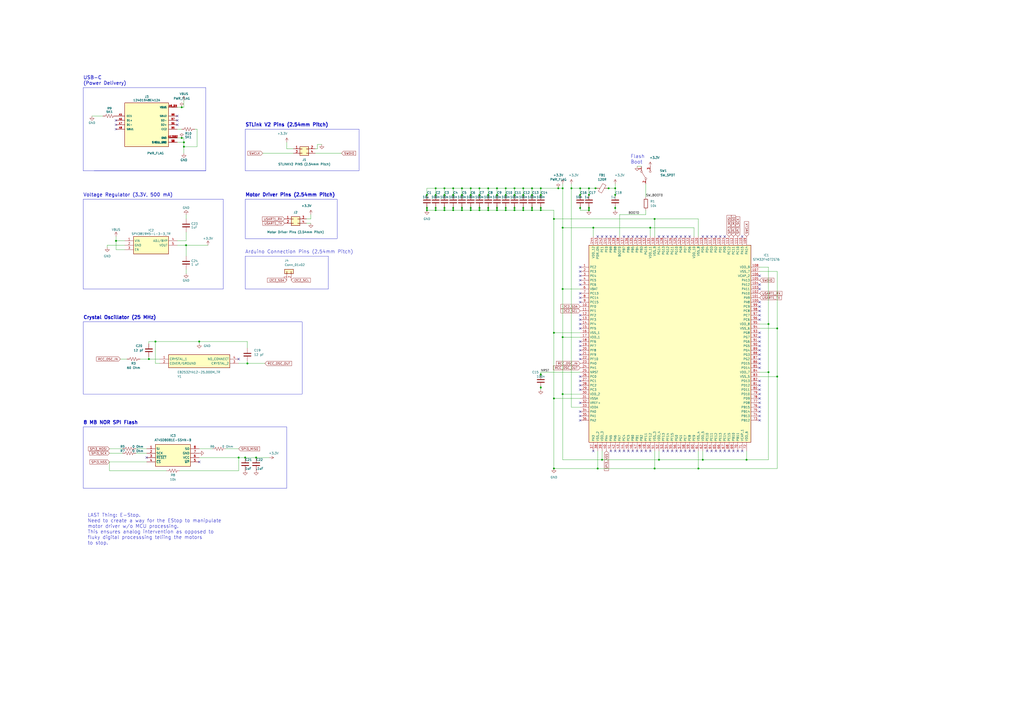
<source format=kicad_sch>
(kicad_sch (version 20230121) (generator eeschema)
  (paper "A2")
  (title_block (title "Arduino Replacement V1") (date "2023-10-06") (company "Evan Eden, Colby McLane, Kerwin Zhang, Tarun Daggolu"))
  (junction (at 262.89 113.03))
  (junction (at 321.31 271.78))
  (junction (at 356.87 120.65))
  (junction (at 341.63 109.22))
  (junction (at 303.53 113.03))
  (junction (at 293.37 113.03))
  (junction (at 278.13 121.92))
  (junction (at 106.68 85.09))
  (junction (at 313.69 224.79))
  (junction (at 252.73 121.92))
  (junction (at 105.41 80.01))
  (junction (at 303.53 121.92))
  (junction (at 344.17 132.08))
  (junction (at 298.45 113.03))
  (junction (at 405.13 271.78))
  (junction (at 308.61 113.03))
  (junction (at 252.73 109.22))
  (junction (at 288.29 113.03))
  (junction (at 298.45 120.65))
  (junction (at 341.63 120.65))
  (junction (at 450.85 218.44))
  (junction (at 142.24 265.43))
  (junction (at 445.77 215.9))
  (junction (at 341.63 113.03))
  (junction (at 267.97 121.92))
  (junction (at 252.73 113.03))
  (junction (at 341.63 121.92))
  (junction (at 273.05 120.65))
  (junction (at 283.21 121.92))
  (junction (at 308.61 121.92))
  (junction (at 283.21 109.22))
  (junction (at 323.85 109.22))
  (junction (at 267.97 113.03))
  (junction (at 86.36 208.28))
  (junction (at 262.89 109.22))
  (junction (at 298.45 109.22))
  (junction (at 90.17 198.12))
  (junction (at 293.37 120.65))
  (junction (at 143.51 210.82))
  (junction (at 336.55 120.65))
  (junction (at 267.97 109.22))
  (junction (at 247.65 121.92))
  (junction (at 288.29 120.65))
  (junction (at 293.37 121.92))
  (junction (at 273.05 121.92))
  (junction (at 138.43 265.43))
  (junction (at 379.73 127))
  (junction (at 257.81 121.92))
  (junction (at 326.39 132.08))
  (junction (at 346.71 271.78))
  (junction (at 298.45 121.92))
  (junction (at 313.69 217.17))
  (junction (at 278.13 120.65))
  (junction (at 313.69 113.03))
  (junction (at 308.61 120.65))
  (junction (at 283.21 120.65))
  (junction (at 313.69 121.92))
  (junction (at 356.87 113.03))
  (junction (at 247.65 113.03))
  (junction (at 257.81 109.22))
  (junction (at 313.69 109.22))
  (junction (at 326.39 228.6))
  (junction (at 278.13 113.03))
  (junction (at 247.65 120.65))
  (junction (at 262.89 120.65))
  (junction (at 326.39 109.22))
  (junction (at 262.89 121.92))
  (junction (at 379.73 271.78))
  (junction (at 283.21 113.03))
  (junction (at 349.25 266.7))
  (junction (at 382.27 266.7))
  (junction (at 326.39 195.58))
  (junction (at 308.61 109.22))
  (junction (at 67.31 139.7))
  (junction (at 107.95 142.24))
  (junction (at 336.55 109.22))
  (junction (at 313.69 120.65))
  (junction (at 445.77 187.96))
  (junction (at 106.68 82.55))
  (junction (at 115.57 198.12))
  (junction (at 267.97 120.65))
  (junction (at 257.81 113.03))
  (junction (at 433.07 266.7))
  (junction (at 288.29 109.22))
  (junction (at 377.19 132.08))
  (junction (at 345.44 109.22))
  (junction (at 450.85 190.5))
  (junction (at 257.81 120.65))
  (junction (at 331.47 109.22))
  (junction (at 326.39 167.64))
  (junction (at 303.53 109.22))
  (junction (at 105.41 62.23))
  (junction (at 321.31 231.14))
  (junction (at 407.67 266.7))
  (junction (at 356.87 109.22))
  (junction (at 273.05 113.03))
  (junction (at 252.73 120.65))
  (junction (at 273.05 109.22))
  (junction (at 321.31 127))
  (junction (at 353.06 109.22))
  (junction (at 336.55 113.03))
  (junction (at 321.31 193.04))
  (junction (at 303.53 120.65))
  (junction (at 148.59 265.43))
  (junction (at 278.13 109.22))
  (junction (at 293.37 109.22))
  (junction (at 288.29 121.92))
  (no_connect (at 367.03 137.16))
  (no_connect (at 336.55 233.68))
  (no_connect (at 336.55 170.18))
  (no_connect (at 361.95 261.62))
  (no_connect (at 336.55 205.74))
  (no_connect (at 440.69 200.66))
  (no_connect (at 336.55 165.1))
  (no_connect (at 115.57 267.97))
  (no_connect (at 336.55 243.84))
  (no_connect (at 430.53 261.62))
  (no_connect (at 346.71 137.16))
  (no_connect (at 336.55 162.56))
  (no_connect (at 364.49 137.16))
  (no_connect (at 440.69 243.84))
  (no_connect (at 440.69 233.68))
  (no_connect (at 440.69 205.74))
  (no_connect (at 440.69 175.26))
  (no_connect (at 349.25 137.16))
  (no_connect (at 336.55 154.94))
  (no_connect (at 364.49 261.62))
  (no_connect (at 400.05 137.16))
  (no_connect (at 392.43 137.16))
  (no_connect (at 372.11 261.62))
  (no_connect (at 336.55 160.02))
  (no_connect (at 410.21 261.62))
  (no_connect (at 354.33 261.62))
  (no_connect (at 102.87 72.39))
  (no_connect (at 420.37 137.16))
  (no_connect (at 336.55 226.06))
  (no_connect (at 336.55 241.3))
  (no_connect (at 387.35 261.62))
  (no_connect (at 67.31 69.85))
  (no_connect (at 372.11 137.16))
  (no_connect (at 361.95 137.16))
  (no_connect (at 389.89 261.62))
  (no_connect (at 374.65 137.16))
  (no_connect (at 430.53 137.16))
  (no_connect (at 427.99 261.62))
  (no_connect (at 440.69 228.6))
  (no_connect (at 336.55 238.76))
  (no_connect (at 351.79 137.16))
  (no_connect (at 417.83 261.62))
  (no_connect (at 336.55 218.44))
  (no_connect (at 336.55 175.26))
  (no_connect (at 412.75 137.16))
  (no_connect (at 440.69 226.06))
  (no_connect (at 336.55 182.88))
  (no_connect (at 336.55 157.48))
  (no_connect (at 407.67 137.16))
  (no_connect (at 336.55 172.72))
  (no_connect (at 422.91 261.62))
  (no_connect (at 85.09 265.43))
  (no_connect (at 356.87 261.62))
  (no_connect (at 440.69 185.42))
  (no_connect (at 336.55 223.52))
  (no_connect (at 336.55 185.42))
  (no_connect (at 354.33 137.16))
  (no_connect (at 138.43 208.28))
  (no_connect (at 440.69 220.98))
  (no_connect (at 384.81 137.16))
  (no_connect (at 336.55 198.12))
  (no_connect (at 440.69 231.14))
  (no_connect (at 440.69 210.82))
  (no_connect (at 392.43 261.62))
  (no_connect (at 440.69 236.22))
  (no_connect (at 356.87 137.16))
  (no_connect (at 377.19 261.62))
  (no_connect (at 336.55 208.28))
  (no_connect (at 440.69 213.36))
  (no_connect (at 415.29 261.62))
  (no_connect (at 440.69 180.34))
  (no_connect (at 369.57 261.62))
  (no_connect (at 394.97 261.62))
  (no_connect (at 336.55 203.2))
  (no_connect (at 336.55 190.5))
  (no_connect (at 410.21 137.16))
  (no_connect (at 440.69 160.02))
  (no_connect (at 420.37 261.62))
  (no_connect (at 440.69 182.88))
  (no_connect (at 400.05 261.62))
  (no_connect (at 336.55 187.96))
  (no_connect (at 67.31 74.93))
  (no_connect (at 382.27 137.16))
  (no_connect (at 344.17 261.62))
  (no_connect (at 440.69 165.1))
  (no_connect (at 402.59 261.62))
  (no_connect (at 387.35 137.16))
  (no_connect (at 440.69 203.2))
  (no_connect (at 440.69 241.3))
  (no_connect (at 417.83 137.16))
  (no_connect (at 336.55 200.66))
  (no_connect (at 397.51 137.16))
  (no_connect (at 67.31 72.39))
  (no_connect (at 415.29 137.16))
  (no_connect (at 102.87 67.31))
  (no_connect (at 440.69 208.28))
  (no_connect (at 440.69 223.52))
  (no_connect (at 412.75 261.62))
  (no_connect (at 369.57 137.16))
  (no_connect (at 389.89 137.16))
  (no_connect (at 359.41 261.62))
  (no_connect (at 440.69 167.64))
  (no_connect (at 440.69 238.76))
  (no_connect (at 397.51 261.62))
  (no_connect (at 394.97 137.16))
  (no_connect (at 440.69 177.8))
  (no_connect (at 425.45 261.62))
  (no_connect (at 374.65 261.62))
  (no_connect (at 102.87 69.85))
  (no_connect (at 336.55 220.98))
  (no_connect (at 367.03 261.62))
  (no_connect (at 440.69 193.04))
  (no_connect (at 384.81 261.62))
  (no_connect (at 440.69 195.58))
  (no_connect (at 440.69 198.12))
  (wire (pts (xy 262.89 121.92) (xy 267.97 121.92)))
  (wire (pts (xy 336.55 113.03) (xy 336.55 114.3)))
  (wire (pts (xy 102.87 74.93) (xy 105.41 74.93)))
  (wire (pts (xy 298.45 109.22) (xy 303.53 109.22)))
  (wire (pts (xy 359.41 124.46) (xy 374.65 124.46)))
  (wire (pts (xy 379.73 127) (xy 405.13 127)))
  (wire (pts (xy 321.31 271.78) (xy 346.71 271.78)))
  (wire (pts (xy 102.87 62.23) (xy 105.41 62.23)))
  (wire (pts (xy 298.45 121.92) (xy 303.53 121.92)))
  (wire (pts (xy 115.57 198.12) (xy 143.51 198.12)))
  (wire (pts (xy 293.37 109.22) (xy 298.45 109.22)))
  (wire (pts (xy 341.63 119.38) (xy 341.63 120.65)))
  (wire (pts (xy 72.39 142.24) (xy 62.23 142.24)))
  (wire (pts (xy 313.69 215.9) (xy 336.55 215.9)))
  (wire (pts (xy 247.65 113.03) (xy 247.65 114.3)))
  (wire (pts (xy 114.3 85.09) (xy 106.68 85.09)))
  (wire (pts (xy 67.31 137.16) (xy 67.31 139.7)))
  (wire (pts (xy 374.65 106.68) (xy 374.65 114.3)))
  (wire (pts (xy 148.59 265.43) (xy 156.21 265.43)))
  (wire (pts (xy 247.65 119.38) (xy 247.65 120.65)))
  (wire (pts (xy 326.39 132.08) (xy 326.39 167.64)))
  (wire (pts (xy 326.39 106.68) (xy 326.39 109.22)))
  (wire (pts (xy 143.51 198.12) (xy 143.51 201.93)))
  (wire (pts (xy 331.47 109.22) (xy 331.47 236.22)))
  (wire (pts (xy 341.63 109.22) (xy 341.63 113.03)))
  (wire (pts (xy 321.31 231.14) (xy 336.55 231.14)))
  (wire (pts (xy 405.13 127) (xy 405.13 137.16)))
  (wire (pts (xy 326.39 132.08) (xy 344.17 132.08)))
  (wire (pts (xy 440.69 157.48) (xy 450.85 157.48)))
  (wire (pts (xy 130.81 260.35) (xy 138.43 260.35)))
  (wire (pts (xy 104.14 273.05) (xy 138.43 273.05)))
  (wire (pts (xy 356.87 113.03) (xy 356.87 114.3)))
  (wire (pts (xy 262.89 113.03) (xy 262.89 114.3)))
  (wire (pts (xy 102.87 139.7) (xy 107.95 139.7)))
  (wire (pts (xy 62.23 142.24) (xy 62.23 143.51)))
  (wire (pts (xy 186.69 83.82) (xy 184.15 83.82)))
  (wire (pts (xy 283.21 119.38) (xy 283.21 120.65)))
  (wire (pts (xy 107.95 142.24) (xy 120.65 142.24)))
  (wire (pts (xy 288.29 120.65) (xy 288.29 121.92)))
  (wire (pts (xy 86.36 198.12) (xy 86.36 199.39)))
  (wire (pts (xy 115.57 198.12) (xy 90.17 198.12)))
  (wire (pts (xy 313.69 109.22) (xy 323.85 109.22)))
  (wire (pts (xy 308.61 109.22) (xy 308.61 113.03)))
  (wire (pts (xy 288.29 109.22) (xy 293.37 109.22)))
  (wire (pts (xy 278.13 121.92) (xy 283.21 121.92)))
  (wire (pts (xy 313.69 120.65) (xy 313.69 121.92)))
  (wire (pts (xy 450.85 157.48) (xy 450.85 190.5)))
  (wire (pts (xy 440.69 154.94) (xy 445.77 154.94)))
  (wire (pts (xy 379.73 271.78) (xy 405.13 271.78)))
  (wire (pts (xy 257.81 119.38) (xy 257.81 120.65)))
  (polyline (pts (xy 54.61 99.06) (xy 119.38 99.06)))
  (wire (pts (xy 273.05 120.65) (xy 273.05 121.92)))
  (wire (pts (xy 356.87 120.65) (xy 356.87 121.92)))
  (wire (pts (xy 107.95 142.24) (xy 107.95 148.59)))
  (wire (pts (xy 298.45 113.03) (xy 298.45 114.3)))
  (wire (pts (xy 321.31 193.04) (xy 321.31 231.14)))
  (wire (pts (xy 308.61 109.22) (xy 313.69 109.22)))
  (wire (pts (xy 293.37 109.22) (xy 293.37 113.03)))
  (wire (pts (xy 331.47 106.68) (xy 331.47 109.22)))
  (wire (pts (xy 273.05 109.22) (xy 278.13 109.22)))
  (wire (pts (xy 72.39 144.78) (xy 67.31 144.78)))
  (polyline (pts (xy 119.38 50.8) (xy 48.26 50.8)))
  (wire (pts (xy 345.44 109.22) (xy 346.71 109.22)))
  (wire (pts (xy 356.87 119.38) (xy 356.87 120.65)))
  (wire (pts (xy 293.37 120.65) (xy 293.37 121.92)))
  (wire (pts (xy 288.29 113.03) (xy 288.29 114.3)))
  (wire (pts (xy 273.05 113.03) (xy 273.05 114.3)))
  (wire (pts (xy 102.87 82.55) (xy 106.68 82.55)))
  (wire (pts (xy 273.05 119.38) (xy 273.05 120.65)))
  (wire (pts (xy 113.03 74.93) (xy 114.3 74.93)))
  (wire (pts (xy 382.27 266.7) (xy 407.67 266.7)))
  (wire (pts (xy 105.41 62.23) (xy 106.68 62.23)))
  (wire (pts (xy 252.73 109.22) (xy 252.73 113.03)))
  (wire (pts (xy 247.65 121.92) (xy 252.73 121.92)))
  (wire (pts (xy 440.69 190.5) (xy 450.85 190.5)))
  (wire (pts (xy 184.15 83.82) (xy 184.15 86.36)))
  (wire (pts (xy 288.29 109.22) (xy 288.29 113.03)))
  (wire (pts (xy 102.87 142.24) (xy 107.95 142.24)))
  (wire (pts (xy 182.88 88.9) (xy 198.12 88.9)))
  (wire (pts (xy 303.53 120.65) (xy 303.53 121.92)))
  (wire (pts (xy 262.89 109.22) (xy 267.97 109.22)))
  (wire (pts (xy 303.53 113.03) (xy 303.53 114.3)))
  (wire (pts (xy 313.69 119.38) (xy 313.69 120.65)))
  (polyline (pts (xy 119.38 99.06) (xy 119.38 50.8)))
  (wire (pts (xy 313.69 109.22) (xy 313.69 113.03)))
  (wire (pts (xy 303.53 109.22) (xy 308.61 109.22)))
  (wire (pts (xy 374.65 121.92) (xy 374.65 124.46)))
  (wire (pts (xy 341.63 113.03) (xy 341.63 114.3)))
  (wire (pts (xy 344.17 132.08) (xy 377.19 132.08)))
  (wire (pts (xy 78.74 262.89) (xy 85.09 262.89)))
  (wire (pts (xy 86.36 208.28) (xy 92.71 208.28)))
  (wire (pts (xy 402.59 132.08) (xy 402.59 137.16)))
  (wire (pts (xy 143.51 210.82) (xy 138.43 210.82)))
  (wire (pts (xy 303.53 109.22) (xy 303.53 113.03)))
  (wire (pts (xy 257.81 113.03) (xy 257.81 114.3)))
  (wire (pts (xy 326.39 167.64) (xy 336.55 167.64)))
  (wire (pts (xy 67.31 139.7) (xy 67.31 144.78)))
  (wire (pts (xy 303.53 121.92) (xy 308.61 121.92)))
  (wire (pts (xy 107.95 134.62) (xy 107.95 139.7)))
  (wire (pts (xy 143.51 209.55) (xy 143.51 210.82)))
  (wire (pts (xy 252.73 119.38) (xy 252.73 120.65)))
  (wire (pts (xy 278.13 113.03) (xy 278.13 114.3)))
  (wire (pts (xy 288.29 121.92) (xy 293.37 121.92)))
  (wire (pts (xy 257.81 121.92) (xy 262.89 121.92)))
  (wire (pts (xy 356.87 106.68) (xy 356.87 109.22)))
  (wire (pts (xy 326.39 266.7) (xy 349.25 266.7)))
  (wire (pts (xy 67.31 139.7) (xy 72.39 139.7)))
  (wire (pts (xy 341.63 120.65) (xy 341.63 121.92)))
  (wire (pts (xy 433.07 266.7) (xy 445.77 266.7)))
  (wire (pts (xy 349.25 261.62) (xy 349.25 266.7)))
  (wire (pts (xy 252.73 113.03) (xy 252.73 114.3)))
  (wire (pts (xy 344.17 132.08) (xy 344.17 137.16)))
  (wire (pts (xy 107.95 124.46) (xy 107.95 127)))
  (wire (pts (xy 252.73 109.22) (xy 257.81 109.22)))
  (wire (pts (xy 69.85 208.28) (xy 73.66 208.28)))
  (wire (pts (xy 278.13 120.65) (xy 278.13 121.92)))
  (wire (pts (xy 293.37 113.03) (xy 293.37 114.3)))
  (wire (pts (xy 382.27 261.62) (xy 382.27 266.7)))
  (wire (pts (xy 349.25 266.7) (xy 382.27 266.7)))
  (wire (pts (xy 53.34 67.31) (xy 59.69 67.31)))
  (wire (pts (xy 298.45 120.65) (xy 298.45 121.92)))
  (wire (pts (xy 433.07 261.62) (xy 433.07 266.7)))
  (wire (pts (xy 283.21 120.65) (xy 283.21 121.92)))
  (wire (pts (xy 247.65 120.65) (xy 247.65 121.92)))
  (wire (pts (xy 115.57 199.39) (xy 115.57 198.12)))
  (wire (pts (xy 283.21 121.92) (xy 288.29 121.92)))
  (wire (pts (xy 267.97 113.03) (xy 267.97 114.3)))
  (wire (pts (xy 308.61 113.03) (xy 308.61 114.3)))
  (wire (pts (xy 445.77 154.94) (xy 445.77 187.96)))
  (wire (pts (xy 86.36 207.01) (xy 86.36 208.28)))
  (wire (pts (xy 321.31 127) (xy 379.73 127)))
  (wire (pts (xy 326.39 228.6) (xy 336.55 228.6)))
  (wire (pts (xy 321.31 271.78) (xy 321.31 231.14)))
  (wire (pts (xy 262.89 109.22) (xy 262.89 113.03)))
  (wire (pts (xy 273.05 121.92) (xy 278.13 121.92)))
  (wire (pts (xy 257.81 109.22) (xy 262.89 109.22)))
  (wire (pts (xy 293.37 121.92) (xy 298.45 121.92)))
  (wire (pts (xy 313.69 217.17) (xy 313.69 218.44)))
  (wire (pts (xy 63.5 262.89) (xy 71.12 262.89)))
  (polyline (pts (xy 48.26 99.06) (xy 119.38 99.06)))
  (wire (pts (xy 262.89 119.38) (xy 262.89 120.65)))
  (wire (pts (xy 267.97 120.65) (xy 267.97 121.92)))
  (wire (pts (xy 267.97 119.38) (xy 267.97 120.65)))
  (wire (pts (xy 407.67 266.7) (xy 433.07 266.7)))
  (wire (pts (xy 267.97 121.92) (xy 273.05 121.92)))
  (wire (pts (xy 180.34 124.46) (xy 180.34 127)))
  (wire (pts (xy 308.61 121.92) (xy 313.69 121.92)))
  (wire (pts (xy 405.13 271.78) (xy 450.85 271.78)))
  (wire (pts (xy 184.15 86.36) (xy 182.88 86.36)))
  (wire (pts (xy 405.13 261.62) (xy 405.13 271.78)))
  (wire (pts (xy 303.53 119.38) (xy 303.53 120.65)))
  (wire (pts (xy 359.41 124.46) (xy 359.41 137.16)))
  (wire (pts (xy 115.57 265.43) (xy 138.43 265.43)))
  (wire (pts (xy 445.77 187.96) (xy 445.77 215.9)))
  (polyline (pts (xy 48.26 50.8) (xy 48.26 99.06)))
  (wire (pts (xy 356.87 109.22) (xy 356.87 113.03)))
  (wire (pts (xy 440.69 218.44) (xy 450.85 218.44)))
  (wire (pts (xy 107.95 156.21) (xy 107.95 158.75)))
  (wire (pts (xy 377.19 132.08) (xy 402.59 132.08)))
  (wire (pts (xy 336.55 120.65) (xy 336.55 121.92)))
  (wire (pts (xy 262.89 120.65) (xy 262.89 121.92)))
  (wire (pts (xy 257.81 120.65) (xy 257.81 121.92)))
  (wire (pts (xy 247.65 109.22) (xy 247.65 113.03)))
  (wire (pts (xy 63.5 267.97) (xy 63.5 273.05)))
  (wire (pts (xy 331.47 236.22) (xy 336.55 236.22)))
  (wire (pts (xy 313.69 224.79) (xy 313.69 226.06)))
  (wire (pts (xy 326.39 167.64) (xy 326.39 195.58)))
  (wire (pts (xy 308.61 119.38) (xy 308.61 120.65)))
  (wire (pts (xy 166.37 86.36) (xy 166.37 82.55)))
  (wire (pts (xy 331.47 109.22) (xy 336.55 109.22)))
  (wire (pts (xy 288.29 119.38) (xy 288.29 120.65)))
  (wire (pts (xy 283.21 109.22) (xy 283.21 113.03)))
  (wire (pts (xy 115.57 260.35) (xy 123.19 260.35)))
  (wire (pts (xy 63.5 260.35) (xy 71.12 260.35)))
  (wire (pts (xy 114.3 74.93) (xy 114.3 85.09)))
  (wire (pts (xy 63.5 267.97) (xy 85.09 267.97)))
  (wire (pts (xy 81.28 208.28) (xy 86.36 208.28)))
  (wire (pts (xy 170.18 86.36) (xy 166.37 86.36)))
  (wire (pts (xy 313.69 215.9) (xy 313.69 217.17)))
  (wire (pts (xy 180.34 127) (xy 177.8 127)))
  (wire (pts (xy 440.69 187.96) (xy 445.77 187.96)))
  (wire (pts (xy 106.68 82.55) (xy 106.68 85.09)))
  (wire (pts (xy 313.69 121.92) (xy 321.31 121.92)))
  (wire (pts (xy 138.43 265.43) (xy 142.24 265.43)))
  (wire (pts (xy 407.67 261.62) (xy 407.67 266.7)))
  (wire (pts (xy 138.43 265.43) (xy 138.43 273.05)))
  (wire (pts (xy 313.69 223.52) (xy 313.69 224.79)))
  (wire (pts (xy 143.51 210.82) (xy 153.67 210.82)))
  (wire (pts (xy 283.21 113.03) (xy 283.21 114.3)))
  (wire (pts (xy 326.39 109.22) (xy 326.39 132.08)))
  (wire (pts (xy 102.87 80.01) (xy 105.41 80.01)))
  (wire (pts (xy 323.85 109.22) (xy 326.39 109.22)))
  (wire (pts (xy 106.68 85.09) (xy 106.68 88.9)))
  (wire (pts (xy 336.55 109.22) (xy 336.55 113.03)))
  (wire (pts (xy 379.73 261.62) (xy 379.73 271.78)))
  (wire (pts (xy 273.05 109.22) (xy 273.05 113.03)))
  (wire (pts (xy 336.55 121.92) (xy 341.63 121.92)))
  (wire (pts (xy 450.85 190.5) (xy 450.85 218.44)))
  (wire (pts (xy 90.17 198.12) (xy 90.17 210.82)))
  (wire (pts (xy 247.65 109.22) (xy 252.73 109.22)))
  (wire (pts (xy 90.17 198.12) (xy 86.36 198.12)))
  (wire (pts (xy 257.81 109.22) (xy 257.81 113.03)))
  (wire (pts (xy 440.69 215.9) (xy 445.77 215.9)))
  (wire (pts (xy 353.06 109.22) (xy 356.87 109.22)))
  (wire (pts (xy 321.31 127) (xy 321.31 193.04)))
  (wire (pts (xy 252.73 121.92) (xy 257.81 121.92)))
  (wire (pts (xy 283.21 109.22) (xy 288.29 109.22)))
  (wire (pts (xy 252.73 120.65) (xy 252.73 121.92)))
  (wire (pts (xy 180.34 129.54) (xy 177.8 129.54)))
  (wire (pts (xy 336.55 119.38) (xy 336.55 120.65)))
  (wire (pts (xy 267.97 109.22) (xy 267.97 113.03)))
  (wire (pts (xy 278.13 109.22) (xy 278.13 113.03)))
  (wire (pts (xy 369.57 96.52) (xy 372.11 96.52)))
  (wire (pts (xy 321.31 121.92) (xy 321.31 127)))
  (wire (pts (xy 105.41 80.01) (xy 106.68 80.01)))
  (wire (pts (xy 377.19 132.08) (xy 377.19 137.16)))
  (wire (pts (xy 293.37 119.38) (xy 293.37 120.65)))
  (wire (pts (xy 278.13 119.38) (xy 278.13 120.65)))
  (wire (pts (xy 445.77 215.9) (xy 445.77 266.7)))
  (wire (pts (xy 106.68 80.01) (xy 106.68 82.55)))
  (wire (pts (xy 346.71 261.62) (xy 346.71 271.78)))
  (wire (pts (xy 106.68 58.42) (xy 106.68 62.23)))
  (wire (pts (xy 96.52 273.05) (xy 63.5 273.05)))
  (wire (pts (xy 298.45 109.22) (xy 298.45 113.03)))
  (wire (pts (xy 308.61 120.65) (xy 308.61 121.92)))
  (wire (pts (xy 313.69 113.03) (xy 313.69 114.3)))
  (wire (pts (xy 298.45 119.38) (xy 298.45 120.65)))
  (wire (pts (xy 278.13 109.22) (xy 283.21 109.22)))
  (wire (pts (xy 321.31 193.04) (xy 336.55 193.04)))
  (wire (pts (xy 346.71 271.78) (xy 379.73 271.78)))
  (wire (pts (xy 92.71 210.82) (xy 90.17 210.82)))
  (wire (pts (xy 326.39 195.58) (xy 336.55 195.58)))
  (wire (pts (xy 78.74 260.35) (xy 85.09 260.35)))
  (wire (pts (xy 142.24 265.43) (xy 148.59 265.43)))
  (wire (pts (xy 379.73 127) (xy 379.73 137.16)))
  (wire (pts (xy 341.63 109.22) (xy 345.44 109.22)))
  (wire (pts (xy 450.85 218.44) (xy 450.85 271.78)))
  (wire (pts (xy 351.79 109.22) (xy 353.06 109.22)))
  (wire (pts (xy 326.39 228.6) (xy 326.39 266.7)))
  (wire (pts (xy 267.97 109.22) (xy 273.05 109.22)))
  (wire (pts (xy 152.4 88.9) (xy 170.18 88.9)))
  (wire (pts (xy 336.55 109.22) (xy 341.63 109.22)))
  (wire (pts (xy 326.39 195.58) (xy 326.39 228.6)))
  (rectangle (start 48.26 115.57) (end 129.54 167.64))
  (rectangle (start 142.24 148.59) (end 190.5 167.64))
  (rectangle (start 142.24 115.57) (end 195.58 138.43))
  (rectangle (start 48.26 186.69) (end 175.26 228.6))
  (rectangle (start 48.26 247.65) (end 166.37 283.21))
  (rectangle (start 142.24 74.93) (end 208.28 99.06))
  (text "USB-C\n(Power Delivery)" (at 48.26 49.53 0) (effects (font (size 2 2) (thickness 0.254) bold) (justify left bottom)))
  (text "Arduino Connection Pins (2.54mm Pitch)" (at 142.24 147.32 0) (effects (font (size 2 2)) (justify left bottom)))
  (text "Voltage Regulator (3.3V, 500 mA)" (at 48.26 114.3 0) (effects (font (size 2 2) (thickness 0.254) bold) (justify left bottom)))
  (text "Motor Driver Pins (2.54mm Pitch)" (at 142.24 114.3 0) (effects (font (size 2 2) bold) (justify left bottom)))
  (text "STLink V2 Pins (2.54mm Pitch)" (at 142.24 73.66 0) (effects (font (size 2 2) bold) (justify left bottom)))
  (text "Flash\nBoot" (at 365.76 95.25 0) (effects (font (size 2 2)) (justify left bottom)))
  (text "LAST Thing: E-Stop.\nNeed to create a way for the EStop to manipulate\nmotor driver w/o MCU processing.\nThis ensures analog intervention as opposed to\nfluky digital processsing teliing the motors\nto stop." (at 50.8 316.23 0) (effects (font (size 2 2)) (justify left bottom)))
  (text "8 MB NOR SPI Flash" (at 48.26 246.38 0) (effects (font (size 2 2) (thickness 0.4) bold) (justify left bottom)))
  (text "Crystal Oscillator (25 MHz)" (at 48.26 185.42 0) (effects (font (size 2 2) (thickness 0.4) bold) (justify left bottom)))
  (label "SW_BOOT0" (at 374.65 114.3 0))
  (label "BOOT0" (at 364.49 124.46 0))
  (label "NRST" (at 313.69 215.9 0))
  (global_label "SPI3_MOSI" (shape input) (at 422.91 137.16 90) (property "Intersheetrefs" "${INTERSHEET_REFS}" (effects hide)))
  (global_label "I2C2_SDA" (shape input) (at 166.37 162.56 180) (property "Intersheetrefs" "${INTERSHEET_REFS}" (effects hide)))
  (global_label "RCC_OSC_IN" (shape input) (at 69.85 208.28 180) (property "Intersheetrefs" "${INTERSHEET_REFS}" (effects hide)))
  (global_label "SWCLK" (shape input) (at 433.07 137.16 90) (property "Intersheetrefs" "${INTERSHEET_REFS}" (effects hide)))
  (global_label "USART1_TX" (shape input) (at 165.1 129.54 180) (property "Intersheetrefs" "${INTERSHEET_REFS}" (effects hide)))
  (global_label "I2C2_SCL" (shape input) (at 336.55 180.34 180) (property "Intersheetrefs" "${INTERSHEET_REFS}" (effects hide)))
  (global_label "RCC_OSC_OUT" (shape input) (at 336.55 213.36 180) (property "Intersheetrefs" "${INTERSHEET_REFS}" (effects hide)))
  (global_label "SWCLK" (shape input) (at 152.4 88.9 180) (property "Intersheetrefs" "${INTERSHEET_REFS}" (effects hide)))
  (global_label "RCC_OSC_IN" (shape input) (at 336.55 210.82 180) (property "Intersheetrefs" "${INTERSHEET_REFS}" (effects hide)))
  (global_label "RCC_OSC_OUT" (shape input) (at 153.67 210.82 0) (property "Intersheetrefs" "${INTERSHEET_REFS}" (effects hide)))
  (global_label "USART1_RX" (shape input) (at 165.1 127 180) (property "Intersheetrefs" "${INTERSHEET_REFS}" (effects hide)))
  (global_label "SPI3_MISO" (shape input) (at 425.45 137.16 90) (property "Intersheetrefs" "${INTERSHEET_REFS}" (effects hide)))
  (global_label "USART1_RX" (shape input) (at 440.69 170.18 0) (property "Intersheetrefs" "${INTERSHEET_REFS}" (effects hide)))
  (global_label "I2C2_SDA" (shape input) (at 336.55 177.8 180) (property "Intersheetrefs" "${INTERSHEET_REFS}" (effects hide)))
  (global_label "SPI3_MISO" (shape input) (at 138.43 260.35 0) (property "Intersheetrefs" "${INTERSHEET_REFS}" (effects hide)))
  (global_label "I2C2_SCL" (shape input) (at 168.91 162.56 0) (property "Intersheetrefs" "${INTERSHEET_REFS}" (effects hide)))
  (global_label "SPI3_NSS" (shape input) (at 63.5 267.97 180) (property "Intersheetrefs" "${INTERSHEET_REFS}" (effects hide)))
  (global_label "SPI3_SCK" (shape input) (at 63.5 262.89 180) (property "Intersheetrefs" "${INTERSHEET_REFS}" (effects hide)))
  (global_label "SWDIO" (shape input) (at 440.69 162.56 0) (property "Intersheetrefs" "${INTERSHEET_REFS}" (effects hide)))
  (global_label "SWDIO" (shape input) (at 198.12 88.9 0) (property "Intersheetrefs" "${INTERSHEET_REFS}" (effects hide)))
  (global_label "SPI3_SCK" (shape input) (at 427.99 137.16 90) (property "Intersheetrefs" "${INTERSHEET_REFS}" (effects hide)))
  (global_label "SPI3_MOSI" (shape input) (at 63.5 260.35 180) (property "Intersheetrefs" "${INTERSHEET_REFS}" (effects hide)))
  (global_label "USART1_TX" (shape input) (at 440.69 172.72 0) (property "Intersheetrefs" "${INTERSHEET_REFS}" (effects hide)))
  (global_label "SPI3_NSS" (shape input) (at 351.79 261.62 270) (property "Intersheetrefs" "${INTERSHEET_REFS}" (effects hide)))
  (symbol (lib_id "Device:C") (at 313.69 116.84 0) (unit 1)
    (property "Reference" "C14" (at 313.69 111.76 0) (effects (justify left)))
    (property "Value" "100n" (at 311.15 114.3 0) (effects (justify left)))
    (property "Footprint" "LIB_08051C104K4Z2A:CAPC2012X140N" (effects hide))
  )
  (symbol (lib_id "Device:C") (at 267.97 116.84 0) (unit 1)
    (property "Reference" "C5" (at 267.97 111.76 0) (effects (justify left)))
    (property "Value" "100n" (at 265.43 114.3 0) (effects (justify left)))
    (property "Footprint" "LIB_08051C104K4Z2A:CAPC2012X140N" (effects hide))
  )
  (symbol (lib_id "Device:C") (at 143.51 205.74 0) (unit 1)
    (property "Reference" "C19" (at 147.32 203.2 0) (effects (justify left)))
    (property "Value" "12 pF" (at 147.32 205.74 0) (effects (justify left)))
    (property "Footprint" "LIB_C0402C120F5GAC7867:CAPC1005X55N" (effects hide))
  )
  (symbol (lib_id "Device:C") (at 262.89 116.84 0) (unit 1)
    (property "Reference" "C4" (at 262.89 111.76 0) (effects (justify left)))
    (property "Value" "100n" (at 260.35 114.3 0) (effects (justify left)))
    (property "Footprint" "LIB_08051C104K4Z2A:CAPC2012X140N" (effects hide))
  )
  (symbol (lib_id "power:GND") (at 142.24 273.05 0) (unit 1)
    (property "Reference" "#PWR016" (effects hide))
    (property "Value" "GND" (effects hide))
  )
  (symbol (lib_id "Device:C") (at 273.05 116.84 0) (unit 1)
    (property "Reference" "C6" (at 273.05 111.76 0) (effects (justify left)))
    (property "Value" "100n" (at 270.51 114.3 0) (effects (justify left)))
    (property "Footprint" "LIB_08051C104K4Z2A:CAPC2012X140N" (effects hide))
  )
  (symbol (lib_id "Connector_Generic:Conn_02x02_Odd_Even") (at 175.26 86.36 0) (unit 1)
    (property "Reference" "J1" (at 176.53 92.71 0))
    (property "Value" "STLINKV2 PINS (2.54mm Pitch)" (at 176.53 95.25 0))
    (property "Footprint" "LIB_47053-1000:470531000" (effects hide))
  )
  (symbol (lib_id "Device:C") (at 303.53 116.84 0) (unit 1)
    (property "Reference" "C12" (at 303.53 111.76 0) (effects (justify left)))
    (property "Value" "100n" (at 300.99 114.3 0) (effects (justify left)))
    (property "Footprint" "LIB_08051C104K4Z2A:CAPC2012X140N" (effects hide))
  )
  (symbol (lib_id "AT45DB081E-SSHN-B:AT45DB081E-SSHN-B") (at 85.09 260.35 0) (unit 1)
    (property "Reference" "IC3" (at 100.33 252.73 0))
    (property "Value" "AT45DB081E-SSHN-B" (at 100.33 255.27 0))
    (property "Footprint" "LIB_AT45DB081E-SSHN-B:SOIC127P600X175-8N" (effects hide))
    (property "Datasheet" "https://www.renesas.com/us/en/products/memory-logic/non-volatile-memory/spi-nor-flash/dataflash-spi-memory/at45db081e-8mbit-17-v-36-v-range-spi-serial-flash-memory" (effects hide))
    (property "Height" "1.75" (effects hide))
    (property "Mouser Part Number" "988-AT45DB081ESSHN-B" (effects hide))
    (property "Mouser Price/Stock" "https://www.mouser.co.uk/ProductDetail/Renesas-Dialog/AT45DB081E-SSHN-B?qs=IS%252B4QmGtzzqxC8S2FUDu%2Fg%3D%3D" (effects hide))
    (property "Manufacturer_Name" "Renesas Electronics" (effects hide))
    (property "Manufacturer_Part_Number" "AT45DB081E-SSHN-B" (effects hide))
  )
  (symbol (lib_id "Device:C") (at 336.55 116.84 0) (unit 1)
    (property "Reference" "C16" (at 336.55 111.76 0) (effects (justify left)))
    (property "Value" "10n" (at 334.01 114.3 0) (effects (justify left)))
    (property "Footprint" "C0603C103K4RECTU:CAPC17595_87N_KEM" (effects hide))
  )
  (symbol (lib_id "power:VBUS") (at 67.31 137.16 0) (unit 1)
    (property "Reference" "#PWR026" (effects hide))
    (property "Value" "VBUS" (at 67.31 133.215 0))
  )
  (symbol (lib_id "power:+3.3V") (at 120.65 142.24 0) (unit 1)
    (property "Reference" "#PWR025" (effects hide))
    (property "Value" "+3.3V" (at 120.65 138.295 0))
  )
  (symbol (lib_id "Device:C") (at 247.65 116.84 0) (unit 1)
    (property "Reference" "C1" (at 247.65 111.76 0) (effects (justify left)))
    (property "Value" "10u" (at 245.11 114.3 0) (effects (justify left)))
    (property "Footprint" "LIB_T491A106K010AT:T491A" (effects hide))
  )
  (symbol (lib_id "power:+3.3V") (at 356.87 106.68 0) (unit 1)
    (property "Reference" "#PWR07" (effects hide))
    (property "Value" "+3.3V" (at 359.41 101.6 0))
  )
  (symbol (lib_id "Device:C") (at 298.45 116.84 0) (unit 1)
    (property "Reference" "C11" (at 298.45 111.76 0) (effects (justify left)))
    (property "Value" "100n" (at 295.91 114.3 0) (effects (justify left)))
    (property "Footprint" "LIB_08051C104K4Z2A:CAPC2012X140N" (effects hide))
  )
  (symbol (lib_id "SPX3819M5-L-3-3_TR:SPX3819M5-L-3-3_TR") (at 72.39 139.7 0) (unit 1)
    (property "Reference" "IC2" (at 87.63 133.58 0))
    (property "Value" "SPX3819M5-L-3-3_TR" (at 87.63 135.628 0))
    (property "Footprint" "LIB_SPX3819M5-L-3-3_TR:SOT95P280X145-5N" (effects hide))
    (property "Datasheet" "https://componentsearchengine.com/Datasheets/1/SPX3819M5-L-3-3_TR.pdf" (effects hide))
    (property "Height" "1.45" (effects hide))
    (property "Mouser Part Number" "701-SPX3819M5-L-33TR" (effects hide))
    (property "Mouser Price/Stock" "https://www.mouser.com/Search/Refine.aspx?Keyword=701-SPX3819M5-L-33TR" (effects hide))
    (property "Manufacturer_Name" "EXAR" (effects hide))
    (property "Manufacturer_Part_Number" "SPX3819M5-L-3-3/TR" (effects hide))
  )
  (symbol (lib_id "power:GND") (at 148.59 273.05 0) (unit 1)
    (property "Reference" "#PWR017" (effects hide))
    (property "Value" "GND" (effects hide))
  )
  (symbol (lib_id "power:GND") (at 247.65 121.92 0) (unit 1)
    (property "Reference" "#PWR01" (effects hide))
    (property "Value" "GND" (at 247.65 127 0))
  )
  (symbol (lib_id "Device:C") (at 107.95 130.81 0) (unit 1)
    (property "Reference" "C23" (at 110.871 129.786 0) (effects (justify left)))
    (property "Value" "1uF" (at 110.871 131.834 0) (effects (justify left)))
    (property "Footprint" "LIB_GRMMDXR60J105ME05D:CAPC0502X28N" (effects hide))
  )
  (symbol (lib_id "Connector_Generic:Conn_02x02_Top_Bottom") (at 170.18 127 0) (unit 1)
    (property "Reference" "J2" (at 171.45 123.19 0))
    (property "Value" "Motor Driver Pins (2.54mm Pitch)" (at 171.45 134.62 0))
    (property "Footprint" "LIB_47053-1000:470531000" (effects hide))
  )
  (symbol (lib_id "power:GND") (at 62.23 143.51 0) (unit 1)
    (property "Reference" "#PWR027" (effects hide))
    (property "Value" "GND" (at 62.23 148.59 0))
  )
  (symbol (lib_id "Device:C") (at 283.21 116.84 0) (unit 1)
    (property "Reference" "C8" (at 283.21 111.76 0) (effects (justify left)))
    (property "Value" "100n" (at 280.67 114.3 0) (effects (justify left)))
    (property "Footprint" "LIB_08051C104K4Z2A:CAPC2012X140N" (effects hide))
  )
  (symbol (lib_id "Device:R_US") (at 127 260.35 270) (unit 1)
    (property "Reference" "R6" (at 123.19 259.08 90))
    (property "Value" "0 Ohm" (at 132.08 259.08 90))
    (property "Footprint" "LIB_ERJ-1GJ0R00C:ERJ1G_1023" (effects hide))
  )
  (symbol (lib_id "Device:R_US") (at 63.5 67.31 90) (unit 1)
    (property "Reference" "R9" (at 63.5 62.841 90))
    (property "Value" "5K1" (at 63.5 64.889 90))
    (property "Footprint" "LIB_ERA-3VEB5101V:ERA3KV__0603_" (effects hide))
  )
  (symbol (lib_id "power:+3.3V") (at 326.39 106.68 0) (unit 1)
    (property "Reference" "#PWR04" (effects hide))
    (property "Value" "+3.3V" (at 323.85 101.6 0))
  )
  (symbol (lib_id "Device:C") (at 107.95 152.4 0) (unit 1)
    (property "Reference" "C24" (at 110.871 151.376 0) (effects (justify left)))
    (property "Value" "1 uF" (at 110.871 153.424 0) (effects (justify left)))
    (property "Footprint" "LIB_GRMMDXR60J105ME05D:CAPC0502X28N" (effects hide))
  )
  (symbol (lib_id "power:PWR_FLAG") (at 105.41 62.23 0) (unit 1)
    (property "Reference" "#FLG01" (effects hide))
    (property "Value" "PWR_FLAG" (at 105.41 57.15 0))
  )
  (symbol (lib_id "Device:R") (at 374.65 118.11 0) (unit 1)
    (property "Reference" "R1" (at 377.19 116.84 0) (effects (justify left)))
    (property "Value" "10k" (at 377.19 119.38 0) (effects (justify left)))
    (property "Footprint" "RC0402FR-0710KL:RESC1005X40N" (effects hide))
  )
  (symbol (lib_id "Device:C") (at 86.36 203.2 0) (unit 1)
    (property "Reference" "C20" (at 78.74 200.66 0) (effects (justify left)))
    (property "Value" "12 pF" (at 77.47 203.2 0) (effects (justify left)))
    (property "Footprint" "LIB_C0402C120F5GAC7867:CAPC1005X55N" (effects hide))
  )
  (symbol (lib_id "power:GND") (at 115.57 262.89 90) (unit 1)
    (property "Reference" "#PWR014" (effects hide))
    (property "Value" "GND" (effects hide))
  )
  (symbol (lib_id "power:+3.3V") (at 156.21 265.43 270) (unit 1)
    (property "Reference" "#PWR015" (effects hide))
    (property "Value" "+3.3V" (at 158.75 262.89 90))
  )
  (symbol (lib_id "power:+3.3V") (at 166.37 82.55 0) (unit 1)
    (property "Reference" "#PWR013" (effects hide))
    (property "Value" "+3.3V" (at 163.83 77.47 0))
  )
  (symbol (lib_id "Device:C") (at 341.63 116.84 0) (unit 1)
    (property "Reference" "C17" (at 341.63 111.76 0) (effects (justify left)))
    (property "Value" "1u" (at 339.09 114.3 0) (effects (justify left)))
    (property "Footprint" "LIB_GRMMDXR60J105ME05D:CAPC0502X28N" (effects hide))
  )
  (symbol (lib_id "power:GND") (at 107.95 158.75 0) (unit 1)
    (property "Reference" "#PWR024" (effects hide))
    (property "Value" "GND" (at 107.95 162.695 0))
  )
  (symbol (lib_id "STM32F407ZGT6:STM32F407ZGT6") (at 336.55 154.94 0) (unit 1)
    (property "Reference" "IC1" (at 444.5 148.0119 0))
    (property "Value" "STM32F407ZGT6" (at 444.5 150.5519 0))
    (property "Footprint" "LIB_STM32F407ZGT6:QFP50P2200X2200X160-144N" (effects hide))
    (property "Datasheet" "http://www.st.com/web/en/resource/technical/document/datasheet/DM00037051.pdf" (effects hide))
    (property "Height" "1.6" (effects hide))
    (property "Mouser Part Number" "511-STM32F407ZGT6" (effects hide))
    (property "Mouser Price/Stock" "https://www.mouser.co.uk/ProductDetail/STMicroelectronics/STM32F407ZGT6?qs=Z8%252BeY1k3TIKo142SZNWnSQ%3D%3D" (effects hide))
    (property "Manufacturer_Name" "STMicroelectronics" (effects hide))
    (property "Manufacturer_Part_Number" "STM32F407ZGT6" (effects hide))
  )
  (symbol (lib_id "Device:R_US") (at 74.93 260.35 270) (unit 1)
    (property "Reference" "R5" (at 71.12 259.08 90))
    (property "Value" "0 Ohm" (at 80.01 259.08 90))
    (property "Footprint" "LIB_ERJ-1GJ0R00C:ERJ1G_1023" (effects hide))
  )
  (symbol (lib_id "power:GND") (at 341.63 121.92 0) (unit 1)
    (property "Reference" "#PWR06" (effects hide))
    (property "Value" "GND" (effects hide))
  )
  (symbol (lib_id "Device:C") (at 288.29 116.84 0) (unit 1)
    (property "Reference" "C9" (at 288.29 111.76 0) (effects (justify left)))
    (property "Value" "100n" (at 285.75 114.3 0) (effects (justify left)))
    (property "Footprint" "LIB_08051C104K4Z2A:CAPC2012X140N" (effects hide))
  )
  (symbol (lib_id "Connector_Generic:Conn_01x02") (at 166.37 157.48 90) (unit 1)
    (property "Reference" "J4" (at 165.1 151.13 90) (effects (justify right)))
    (property "Value" "Conn_01x02" (at 165.1 153.67 90) (effects (justify right)))
    (property "Footprint" "LIB_22-12-2024:22122024" (effects hide))
  )
  (symbol (lib_id "power:+3.3V") (at 180.34 124.46 0) (unit 1)
    (property "Reference" "#PWR018" (effects hide))
    (property "Value" "+3.3V" (at 177.8 119.38 0))
  )
  (symbol (lib_id "Device:C") (at 356.87 116.84 0) (unit 1)
    (property "Reference" "C18" (at 356.87 111.76 0) (effects (justify left)))
    (property "Value" "1u" (at 354.33 114.3 0) (effects (justify left)))
    (property "Footprint" "LIB_GRMMDXR60J105ME05D:CAPC0502X28N" (effects hide))
  )
  (symbol (lib_id "power:+3.3V") (at 377.19 96.52 0) (unit 1)
    (property "Reference" "#PWR010" (effects hide))
    (property "Value" "+3.3V" (at 379.73 91.44 0))
  )
  (symbol (lib_id "Device:C") (at 293.37 116.84 0) (unit 1)
    (property "Reference" "C10" (at 293.37 111.76 0) (effects (justify left)))
    (property "Value" "100n" (at 290.83 114.3 0) (effects (justify left)))
    (property "Footprint" "LIB_08051C104K4Z2A:CAPC2012X140N" (effects hide))
  )
  (symbol (lib_id "power:GND") (at 106.68 88.9 0) (unit 1)
    (property "Reference" "#PWR022" (effects hide))
    (property "Value" "GND" (at 106.68 92.845 0))
  )
  (symbol (lib_id "power:GND") (at 313.69 226.06 0) (unit 1)
    (property "Reference" "#PWR02" (effects hide))
    (property "Value" "GND" (effects hide))
  )
  (symbol (lib_id "power:GND") (at 115.57 199.39 0) (unit 1)
    (property "Reference" "#PWR011" (effects hide))
    (property "Value" "GND" (at 118.11 200.66 0) (effects (justify left)))
  )
  (symbol (lib_id "Device:R_US") (at 77.47 208.28 270) (unit 1)
    (property "Reference" "R3" (at 77.47 210.82 90))
    (property "Value" "60 Ohm" (at 77.47 213.36 90))
    (property "Footprint" "LIB_CRCW120660R0KNEAIF:RESC3216X60N" (effects hide))
  )
  (symbol (lib_id "Device:R_US") (at 109.22 74.93 90) (unit 1)
    (property "Reference" "R10" (at 109.22 77.47 90))
    (property "Value" "5K1" (at 109.22 79.518 90))
    (property "Footprint" "LIB_ERA-3VEB5101V:ERA3KV__0603_" (effects hide))
  )
  (symbol (lib_id "AMPHENOL_12401948E412A:12401948E412A") (at 85.09 72.39 0) (unit 1)
    (property "Reference" "J3" (at 85.09 56.11 0))
    (property "Value" "12401948E412A" (at 85.09 58.158 0))
    (property "Footprint" "12401948E412A:AMPHENOL_12401948E412A" (effects hide))
    (property "PARTREV" "3" (effects hide))
    (property "MANUFACTURER" "Amphenol" (effects hide))
    (property "SNAPEDA_PN" "12401948E412A" (effects hide))
    (property "MAXIMUM_PACKAGE_HEIGHT" "2.23 mm" (effects hide))
    (property "STANDARD" "Manufacturer Recommendations" (effects hide))
  )
  (symbol (lib_id "power:PWR_FLAG") (at 105.41 80.01 0) (unit 1)
    (property "Reference" "#FLG03" (effects hide))
    (property "Value" "PWR_FLAG" (at 90.17 88.9 0))
  )
  (symbol (lib_id "Device:R_US") (at 100.33 273.05 90) (unit 1)
    (property "Reference" "R8" (at 100.33 275.59 90))
    (property "Value" "10k" (at 100.33 278.13 90))
    (property "Footprint" "RC0402FR-0710KL:RESC1005X40N" (effects hide))
  )
  (symbol (lib_id "Device:C") (at 252.73 116.84 0) (unit 1)
    (property "Reference" "C2" (at 252.73 111.76 0) (effects (justify left)))
    (property "Value" "100n" (at 250.19 114.3 0) (effects (justify left)))
    (property "Footprint" "LIB_08051C104K4Z2A:CAPC2012X140N" (effects hide))
  )
  (symbol (lib_id "Switch:SW_SPDT") (at 374.65 101.6 90) (unit 1)
    (property "Reference" "SW1" (at 384.81 99.06 90))
    (property "Value" "SW_SPDT" (at 387.35 101.6 90))
    (property "Footprint" "1101M2S3CQE2:1101M2S3CQE2" (effects hide))
  )
  (symbol (lib_id "LIB_EB2532YA12-25.000M_TR:EB2532YA12-25.000M_TR") (at 92.71 208.28 0) (unit 1)
    (property "Reference" "Y1" (at 102.87 218.44 0) (effects (justify left)))
    (property "Value" "EB2532YA12-25.000M_TR" (at 102.87 215.9 0) (effects (justify left)))
    (property "Footprint" "LIB_EB2532YA12-25.000M_TR:EB2532YA1225000MTR" (effects hide))
    (property "Datasheet" "http://www.ecliptek.com/SpecSheetGenerator/specific.aspx?PartNumber=EB2532YA12-25.000M%20TR" (effects hide))
    (property "Height" "0.8" (effects hide))
    (property "Mouser Part Number" "669-EB2532YA12-25T" (effects hide))
    (property "Mouser Price/Stock" "https://www.mouser.co.uk/ProductDetail/Ecliptek-Abracon/EB2532YA12-25.000M-TR?qs=w%2Fv1CP2dgqpZsfARvpEpvQ%3D%3D" (effects hide))
    (property "Manufacturer_Name" "Ecliptek" (effects hide))
    (property "Manufacturer_Part_Number" "EB2532YA12-25.000M TR" (effects hide))
  )
  (symbol (lib_id "power:GND") (at 180.34 129.54 0) (unit 1)
    (property "Reference" "#PWR019" (effects hide))
    (property "Value" "GND" (effects hide))
  )
  (symbol (lib_id "power:GND") (at 53.34 67.31 0) (unit 1)
    (property "Reference" "#PWR020" (effects hide))
    (property "Value" "GND" (at 53.34 71.255 0))
  )
  (symbol (lib_id "power:VBUS") (at 106.68 58.42 0) (unit 1)
    (property "Reference" "#PWR021" (effects hide))
    (property "Value" "VBUS" (at 106.68 54.475 0))
  )
  (symbol (lib_id "Device:C") (at 142.24 269.24 0) (unit 1)
    (property "Reference" "C21" (at 142.24 266.7 0) (effects (justify left)))
    (property "Value" "1uF" (at 142.24 271.78 0) (effects (justify left)))
    (property "Footprint" "LIB_GRMMDXR60J105ME05D:CAPC0502X28N" (effects hide))
  )
  (symbol (lib_id "power:GND") (at 186.69 83.82 0) (unit 1)
    (property "Reference" "#PWR012" (effects hide))
    (property "Value" "GND" (effects hide))
  )
  (symbol (lib_id "Device:C") (at 257.81 116.84 0) (unit 1)
    (property "Reference" "C3" (at 257.81 111.76 0) (effects (justify left)))
    (property "Value" "100n" (at 255.27 114.3 0) (effects (justify left)))
    (property "Footprint" "LIB_08051C104K4Z2A:CAPC2012X140N" (effects hide))
  )
  (symbol (lib_id "Device:C") (at 313.69 220.98 0) (unit 1)
    (property "Reference" "C15" (at 308.61 215.9 0) (effects (justify left)))
    (property "Value" "100n" (at 311.15 218.44 0) (effects (justify left)))
    (property "Footprint" "LIB_08051C104K4Z2A:CAPC2012X140N" (effects hide))
  )
  (symbol (lib_id "power:GND") (at 321.31 271.78 0) (unit 1)
    (property "Reference" "#PWR03" (effects hide))
    (property "Value" "GND" (at 321.31 276.86 0))
  )
  (symbol (lib_id "Device:R_US") (at 74.93 262.89 270) (unit 1)
    (property "Reference" "R7" (at 71.12 261.62 90))
    (property "Value" "0 Ohm" (at 80.01 261.62 90))
    (property "Footprint" "LIB_ERJ-1GJ0R00C:ERJ1G_1023" (effects hide))
  )
  (symbol (lib_id "power:GND") (at 369.57 96.52 0) (unit 1)
    (property "Reference" "#PWR09" (effects hide))
    (property "Value" "GND" (effects hide))
  )
  (symbol (lib_id "power:GND") (at 356.87 121.92 0) (unit 1)
    (property "Reference" "#PWR08" (effects hide))
    (property "Value" "GND" (effects hide))
  )
  (symbol (lib_id "power:GND") (at 107.95 124.46 180) (unit 1)
    (property "Reference" "#PWR023" (effects hide))
    (property "Value" "GND" (at 107.95 120.515 0))
  )
  (symbol (lib_id "Device:C") (at 148.59 269.24 0) (unit 1)
    (property "Reference" "C22" (at 148.59 266.7 0) (effects (justify left)))
    (property "Value" ".1uF" (at 148.59 271.78 0) (effects (justify left)))
    (property "Footprint" "LIB_08051C104K4Z2A:CAPC2012X140N" (effects hide))
  )
  (symbol (lib_id "power:PWR_FLAG") (at 323.85 109.22 0) (unit 1)
    (property "Reference" "#FLG02" (effects hide))
    (property "Value" "PWR_FLAG" (at 323.85 104.14 0))
  )
  (symbol (lib_id "Device:FerriteBead") (at 349.25 109.22 270) (unit 1)
    (property "Reference" "FB1" (at 349.3008 101.6 90))
    (property "Value" "120R" (at 349.3008 104.14 90))
    (property "Footprint" "LIB_BLM15PX121BH1D:NFZ15SG152SN10B" (effects hide))
  )
  (symbol (lib_id "Device:C") (at 308.61 116.84 0) (unit 1)
    (property "Reference" "C13" (at 308.61 111.76 0) (effects (justify left)))
    (property "Value" "100n" (at 306.07 114.3 0) (effects (justify left)))
    (property "Footprint" "LIB_08051C104K4Z2A:CAPC2012X140N" (effects hide))
  )
  (symbol (lib_id "power:+3.3V") (at 331.47 106.68 0) (unit 1)
    (property "Reference" "#PWR05" (effects hide))
    (property "Value" "+3.3V" (at 332.74 101.6 0))
  )
  (symbol (lib_id "Device:C") (at 278.13 116.84 0) (unit 1)
    (property "Reference" "C7" (at 278.13 111.76 0) (effects (justify left)))
    (property "Value" "100n" (at 275.59 114.3 0) (effects (justify left)))
    (property "Footprint" "LIB_08051C104K4Z2A:CAPC2012X140N" (effects hide))
  )
)
</source>
